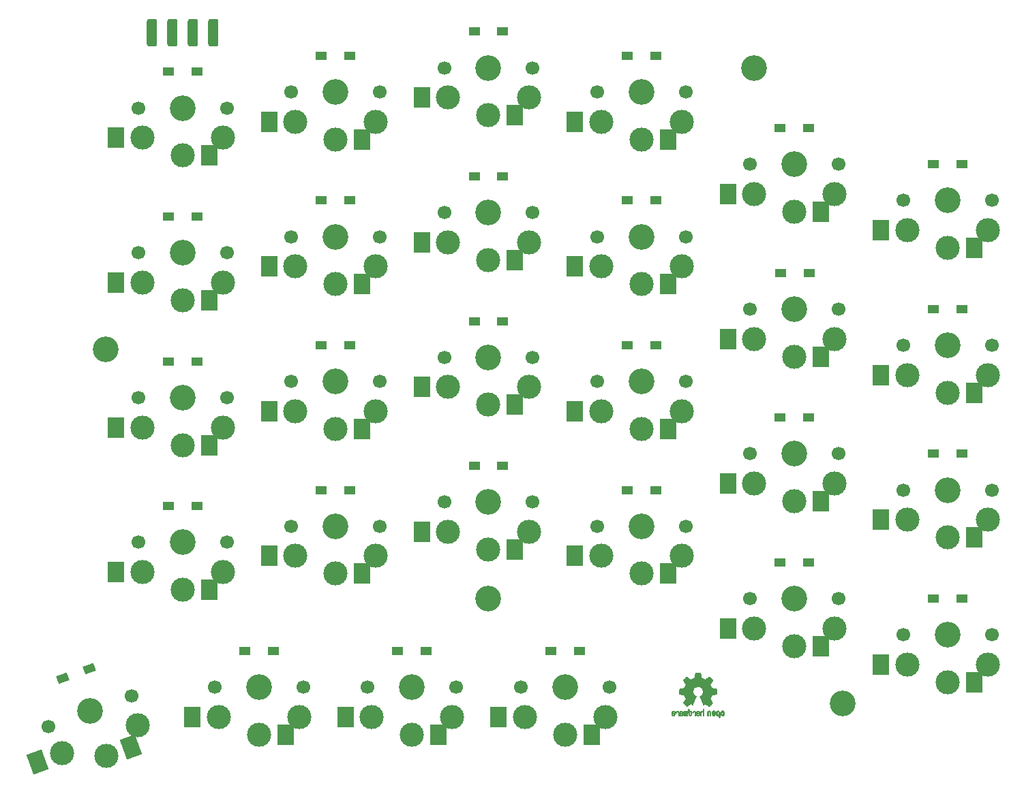
<source format=gbs>
%TF.GenerationSoftware,KiCad,Pcbnew,7.0.1-0*%
%TF.CreationDate,2023-04-06T16:29:47+08:00*%
%TF.ProjectId,Input,496e7075-742e-46b6-9963-61645f706362,2*%
%TF.SameCoordinates,PX7bfa480PY6052340*%
%TF.FileFunction,Soldermask,Bot*%
%TF.FilePolarity,Negative*%
%FSLAX46Y46*%
G04 Gerber Fmt 4.6, Leading zero omitted, Abs format (unit mm)*
G04 Created by KiCad (PCBNEW 7.0.1-0) date 2023-04-06 16:29:47*
%MOMM*%
%LPD*%
G01*
G04 APERTURE LIST*
G04 Aperture macros list*
%AMRoundRect*
0 Rectangle with rounded corners*
0 $1 Rounding radius*
0 $2 $3 $4 $5 $6 $7 $8 $9 X,Y pos of 4 corners*
0 Add a 4 corners polygon primitive as box body*
4,1,4,$2,$3,$4,$5,$6,$7,$8,$9,$2,$3,0*
0 Add four circle primitives for the rounded corners*
1,1,$1+$1,$2,$3*
1,1,$1+$1,$4,$5*
1,1,$1+$1,$6,$7*
1,1,$1+$1,$8,$9*
0 Add four rect primitives between the rounded corners*
20,1,$1+$1,$2,$3,$4,$5,0*
20,1,$1+$1,$4,$5,$6,$7,0*
20,1,$1+$1,$6,$7,$8,$9,0*
20,1,$1+$1,$8,$9,$2,$3,0*%
%AMRotRect*
0 Rectangle, with rotation*
0 The origin of the aperture is its center*
0 $1 length*
0 $2 width*
0 $3 Rotation angle, in degrees counterclockwise*
0 Add horizontal line*
21,1,$1,$2,0,0,$3*%
G04 Aperture macros list end*
%ADD10C,0.010000*%
%ADD11C,3.000000*%
%ADD12C,3.200000*%
%ADD13RoundRect,0.317500X0.317500X1.397000X-0.317500X1.397000X-0.317500X-1.397000X0.317500X-1.397000X0*%
%ADD14C,1.700000*%
%ADD15R,2.000000X2.600000*%
%ADD16R,1.400000X1.000000*%
%ADD17RotRect,2.000000X2.600000X20.000000*%
%ADD18RotRect,1.400000X1.000000X200.000000*%
G04 APERTURE END LIST*
%TO.C,REF\u002A\u002A*%
D10*
X61482829Y-38951097D02*
X61542753Y-38973355D01*
X61567673Y-38990080D01*
X61592910Y-39014043D01*
X61610912Y-39044526D01*
X61622858Y-39086023D01*
X61629930Y-39143032D01*
X61633308Y-39220047D01*
X61634171Y-39321565D01*
X61634002Y-39374027D01*
X61633153Y-39445715D01*
X61631711Y-39502925D01*
X61629814Y-39540809D01*
X61627597Y-39554514D01*
X61613172Y-39549981D01*
X61584054Y-39537670D01*
X61583181Y-39537272D01*
X61568060Y-39529356D01*
X61557891Y-39518495D01*
X61551691Y-39499471D01*
X61548478Y-39467069D01*
X61547270Y-39416071D01*
X61547086Y-39341261D01*
X61546714Y-39293804D01*
X61542750Y-39204615D01*
X61533673Y-39139287D01*
X61518524Y-39094393D01*
X61496345Y-39066507D01*
X61466175Y-39052203D01*
X61461990Y-39051206D01*
X61405480Y-39050427D01*
X61361410Y-39075744D01*
X61330972Y-39126502D01*
X61325544Y-39141175D01*
X61313171Y-39173649D01*
X61306905Y-39188572D01*
X61294036Y-39186516D01*
X61265933Y-39175357D01*
X61239721Y-39156927D01*
X61227771Y-39122098D01*
X61231336Y-39097151D01*
X61253235Y-39046547D01*
X61288644Y-38999128D01*
X61330052Y-38966334D01*
X61347400Y-38958752D01*
X61413089Y-38946076D01*
X61482829Y-38951097D01*
G36*
X61482829Y-38951097D02*
G01*
X61542753Y-38973355D01*
X61567673Y-38990080D01*
X61592910Y-39014043D01*
X61610912Y-39044526D01*
X61622858Y-39086023D01*
X61629930Y-39143032D01*
X61633308Y-39220047D01*
X61634171Y-39321565D01*
X61634002Y-39374027D01*
X61633153Y-39445715D01*
X61631711Y-39502925D01*
X61629814Y-39540809D01*
X61627597Y-39554514D01*
X61613172Y-39549981D01*
X61584054Y-39537670D01*
X61583181Y-39537272D01*
X61568060Y-39529356D01*
X61557891Y-39518495D01*
X61551691Y-39499471D01*
X61548478Y-39467069D01*
X61547270Y-39416071D01*
X61547086Y-39341261D01*
X61546714Y-39293804D01*
X61542750Y-39204615D01*
X61533673Y-39139287D01*
X61518524Y-39094393D01*
X61496345Y-39066507D01*
X61466175Y-39052203D01*
X61461990Y-39051206D01*
X61405480Y-39050427D01*
X61361410Y-39075744D01*
X61330972Y-39126502D01*
X61325544Y-39141175D01*
X61313171Y-39173649D01*
X61306905Y-39188572D01*
X61294036Y-39186516D01*
X61265933Y-39175357D01*
X61239721Y-39156927D01*
X61227771Y-39122098D01*
X61231336Y-39097151D01*
X61253235Y-39046547D01*
X61288644Y-38999128D01*
X61330052Y-38966334D01*
X61347400Y-38958752D01*
X61413089Y-38946076D01*
X61482829Y-38951097D01*
G37*
X65431020Y-38917822D02*
X65498810Y-38949680D01*
X65554366Y-39004770D01*
X65565881Y-39022016D01*
X65575432Y-39041562D01*
X65582206Y-39066198D01*
X65586819Y-39100711D01*
X65589888Y-39149889D01*
X65592029Y-39218519D01*
X65593859Y-39311389D01*
X65598404Y-39569007D01*
X65560225Y-39554491D01*
X65525268Y-39541156D01*
X65499097Y-39528323D01*
X65482013Y-39511780D01*
X65472086Y-39486465D01*
X65467386Y-39447316D01*
X65465982Y-39389268D01*
X65465943Y-39307261D01*
X65465744Y-39241895D01*
X65464559Y-39179173D01*
X65461729Y-39136334D01*
X65456609Y-39108220D01*
X65448553Y-39089675D01*
X65436914Y-39075543D01*
X65408303Y-39055600D01*
X65360239Y-39048083D01*
X65312688Y-39067079D01*
X65309550Y-39069511D01*
X65299769Y-39080748D01*
X65292553Y-39098770D01*
X65287299Y-39128026D01*
X65283402Y-39172962D01*
X65280256Y-39238028D01*
X65277257Y-39327670D01*
X65270000Y-39567697D01*
X65208314Y-39540044D01*
X65146629Y-39512391D01*
X65146629Y-39293246D01*
X65146884Y-39233711D01*
X65149086Y-39150892D01*
X65154661Y-39089227D01*
X65164941Y-39043748D01*
X65181258Y-39009484D01*
X65204943Y-38981466D01*
X65237328Y-38954723D01*
X65283907Y-38927780D01*
X65357287Y-38910191D01*
X65431020Y-38917822D01*
G36*
X65431020Y-38917822D02*
G01*
X65498810Y-38949680D01*
X65554366Y-39004770D01*
X65565881Y-39022016D01*
X65575432Y-39041562D01*
X65582206Y-39066198D01*
X65586819Y-39100711D01*
X65589888Y-39149889D01*
X65592029Y-39218519D01*
X65593859Y-39311389D01*
X65598404Y-39569007D01*
X65560225Y-39554491D01*
X65525268Y-39541156D01*
X65499097Y-39528323D01*
X65482013Y-39511780D01*
X65472086Y-39486465D01*
X65467386Y-39447316D01*
X65465982Y-39389268D01*
X65465943Y-39307261D01*
X65465744Y-39241895D01*
X65464559Y-39179173D01*
X65461729Y-39136334D01*
X65456609Y-39108220D01*
X65448553Y-39089675D01*
X65436914Y-39075543D01*
X65408303Y-39055600D01*
X65360239Y-39048083D01*
X65312688Y-39067079D01*
X65309550Y-39069511D01*
X65299769Y-39080748D01*
X65292553Y-39098770D01*
X65287299Y-39128026D01*
X65283402Y-39172962D01*
X65280256Y-39238028D01*
X65277257Y-39327670D01*
X65270000Y-39567697D01*
X65208314Y-39540044D01*
X65146629Y-39512391D01*
X65146629Y-39293246D01*
X65146884Y-39233711D01*
X65149086Y-39150892D01*
X65154661Y-39089227D01*
X65164941Y-39043748D01*
X65181258Y-39009484D01*
X65204943Y-38981466D01*
X65237328Y-38954723D01*
X65283907Y-38927780D01*
X65357287Y-38910191D01*
X65431020Y-38917822D01*
G37*
X63607691Y-38966467D02*
X63612273Y-38969003D01*
X63649704Y-38998057D01*
X63683170Y-39035410D01*
X63689007Y-39043852D01*
X63700165Y-39063553D01*
X63708136Y-39086935D01*
X63713618Y-39119067D01*
X63717307Y-39165019D01*
X63719899Y-39229859D01*
X63722092Y-39318657D01*
X63722402Y-39333669D01*
X63723400Y-39430999D01*
X63721994Y-39499934D01*
X63718164Y-39540948D01*
X63711889Y-39554514D01*
X63692898Y-39550452D01*
X63660638Y-39538144D01*
X63653041Y-39534545D01*
X63641176Y-39526398D01*
X63632994Y-39513004D01*
X63627643Y-39489608D01*
X63624269Y-39451455D01*
X63622019Y-39393790D01*
X63620040Y-39311857D01*
X63619498Y-39287907D01*
X63617403Y-39212266D01*
X63614683Y-39159328D01*
X63610515Y-39124075D01*
X63604079Y-39101487D01*
X63594550Y-39086544D01*
X63581106Y-39074227D01*
X63541305Y-39052634D01*
X63492341Y-39048476D01*
X63448529Y-39064999D01*
X63417008Y-39099210D01*
X63404914Y-39148114D01*
X63404578Y-39161407D01*
X63397972Y-39185472D01*
X63378470Y-39189144D01*
X63340283Y-39174813D01*
X63331438Y-39170217D01*
X63307534Y-39143186D01*
X63307061Y-39102994D01*
X63329836Y-39047409D01*
X63350727Y-39017117D01*
X63404142Y-38974084D01*
X63470074Y-38949755D01*
X63540574Y-38946443D01*
X63607691Y-38966467D01*
G36*
X63607691Y-38966467D02*
G01*
X63612273Y-38969003D01*
X63649704Y-38998057D01*
X63683170Y-39035410D01*
X63689007Y-39043852D01*
X63700165Y-39063553D01*
X63708136Y-39086935D01*
X63713618Y-39119067D01*
X63717307Y-39165019D01*
X63719899Y-39229859D01*
X63722092Y-39318657D01*
X63722402Y-39333669D01*
X63723400Y-39430999D01*
X63721994Y-39499934D01*
X63718164Y-39540948D01*
X63711889Y-39554514D01*
X63692898Y-39550452D01*
X63660638Y-39538144D01*
X63653041Y-39534545D01*
X63641176Y-39526398D01*
X63632994Y-39513004D01*
X63627643Y-39489608D01*
X63624269Y-39451455D01*
X63622019Y-39393790D01*
X63620040Y-39311857D01*
X63619498Y-39287907D01*
X63617403Y-39212266D01*
X63614683Y-39159328D01*
X63610515Y-39124075D01*
X63604079Y-39101487D01*
X63594550Y-39086544D01*
X63581106Y-39074227D01*
X63541305Y-39052634D01*
X63492341Y-39048476D01*
X63448529Y-39064999D01*
X63417008Y-39099210D01*
X63404914Y-39148114D01*
X63404578Y-39161407D01*
X63397972Y-39185472D01*
X63378470Y-39189144D01*
X63340283Y-39174813D01*
X63331438Y-39170217D01*
X63307534Y-39143186D01*
X63307061Y-39102994D01*
X63329836Y-39047409D01*
X63350727Y-39017117D01*
X63404142Y-38974084D01*
X63470074Y-38949755D01*
X63540574Y-38946443D01*
X63607691Y-38966467D01*
G37*
X64678543Y-38749444D02*
X64725714Y-38769342D01*
X64725714Y-39166509D01*
X64725519Y-39269498D01*
X64724998Y-39362141D01*
X64724199Y-39440700D01*
X64723172Y-39501439D01*
X64721963Y-39540623D01*
X64720623Y-39554514D01*
X64720099Y-39554468D01*
X64702287Y-39549420D01*
X64669823Y-39538580D01*
X64624114Y-39522646D01*
X64624114Y-39318173D01*
X64623824Y-39237832D01*
X64622474Y-39179562D01*
X64619369Y-39139909D01*
X64613812Y-39113618D01*
X64605107Y-39095436D01*
X64592556Y-39080107D01*
X64583999Y-39071955D01*
X64537728Y-39049375D01*
X64486728Y-39051375D01*
X64439993Y-39078073D01*
X64433189Y-39084698D01*
X64422293Y-39098456D01*
X64414836Y-39116642D01*
X64410169Y-39144177D01*
X64407642Y-39185981D01*
X64406602Y-39246973D01*
X64406400Y-39332073D01*
X64406303Y-39375234D01*
X64405674Y-39446224D01*
X64404556Y-39503076D01*
X64403063Y-39540828D01*
X64401309Y-39554514D01*
X64400785Y-39554468D01*
X64382973Y-39549420D01*
X64350509Y-39538580D01*
X64304800Y-39522646D01*
X64304823Y-39317237D01*
X64304857Y-39298951D01*
X64306778Y-39203626D01*
X64312678Y-39131543D01*
X64324001Y-39077813D01*
X64342187Y-39037549D01*
X64368679Y-39005861D01*
X64404918Y-38977861D01*
X64440263Y-38960333D01*
X64496773Y-38946785D01*
X64552356Y-38946015D01*
X64595086Y-38959195D01*
X64598298Y-38961015D01*
X64608205Y-38960820D01*
X64614975Y-38945572D01*
X64619861Y-38910613D01*
X64624114Y-38851289D01*
X64631371Y-38729547D01*
X64678543Y-38749444D01*
G36*
X64678543Y-38749444D02*
G01*
X64725714Y-38769342D01*
X64725714Y-39166509D01*
X64725519Y-39269498D01*
X64724998Y-39362141D01*
X64724199Y-39440700D01*
X64723172Y-39501439D01*
X64721963Y-39540623D01*
X64720623Y-39554514D01*
X64720099Y-39554468D01*
X64702287Y-39549420D01*
X64669823Y-39538580D01*
X64624114Y-39522646D01*
X64624114Y-39318173D01*
X64623824Y-39237832D01*
X64622474Y-39179562D01*
X64619369Y-39139909D01*
X64613812Y-39113618D01*
X64605107Y-39095436D01*
X64592556Y-39080107D01*
X64583999Y-39071955D01*
X64537728Y-39049375D01*
X64486728Y-39051375D01*
X64439993Y-39078073D01*
X64433189Y-39084698D01*
X64422293Y-39098456D01*
X64414836Y-39116642D01*
X64410169Y-39144177D01*
X64407642Y-39185981D01*
X64406602Y-39246973D01*
X64406400Y-39332073D01*
X64406303Y-39375234D01*
X64405674Y-39446224D01*
X64404556Y-39503076D01*
X64403063Y-39540828D01*
X64401309Y-39554514D01*
X64400785Y-39554468D01*
X64382973Y-39549420D01*
X64350509Y-39538580D01*
X64304800Y-39522646D01*
X64304823Y-39317237D01*
X64304857Y-39298951D01*
X64306778Y-39203626D01*
X64312678Y-39131543D01*
X64324001Y-39077813D01*
X64342187Y-39037549D01*
X64368679Y-39005861D01*
X64404918Y-38977861D01*
X64440263Y-38960333D01*
X64496773Y-38946785D01*
X64552356Y-38946015D01*
X64595086Y-38959195D01*
X64598298Y-38961015D01*
X64608205Y-38960820D01*
X64614975Y-38945572D01*
X64619861Y-38910613D01*
X64624114Y-38851289D01*
X64631371Y-38729547D01*
X64678543Y-38749444D01*
G37*
X62653941Y-38949282D02*
X62685774Y-38961758D01*
X62722743Y-38978602D01*
X62722743Y-39465196D01*
X62676812Y-39511127D01*
X62666320Y-39521427D01*
X62637255Y-39544320D01*
X62607943Y-39551735D01*
X62564326Y-39548321D01*
X62546568Y-39546114D01*
X62500767Y-39541445D01*
X62468743Y-39539585D01*
X62459244Y-39539869D01*
X62420274Y-39542948D01*
X62373160Y-39548321D01*
X62358085Y-39550168D01*
X62320110Y-39550893D01*
X62292325Y-39539429D01*
X62260674Y-39511127D01*
X62214743Y-39465196D01*
X62214743Y-39205055D01*
X62215101Y-39128180D01*
X62216216Y-39054886D01*
X62217952Y-38996850D01*
X62220167Y-38958663D01*
X62222721Y-38944914D01*
X62223256Y-38944951D01*
X62241808Y-38951793D01*
X62273153Y-38966868D01*
X62315608Y-38988822D01*
X62319604Y-39217240D01*
X62323600Y-39445657D01*
X62410686Y-39445657D01*
X62414657Y-39195286D01*
X62415916Y-39127227D01*
X62417718Y-39054482D01*
X62419671Y-38996730D01*
X62421612Y-38958648D01*
X62423377Y-38944914D01*
X62423885Y-38944962D01*
X62441482Y-38950015D01*
X62473834Y-38960849D01*
X62519543Y-38976783D01*
X62519765Y-39196706D01*
X62519988Y-39234909D01*
X62521531Y-39309146D01*
X62524292Y-39371145D01*
X62527977Y-39415308D01*
X62532292Y-39436041D01*
X62547732Y-39447131D01*
X62579241Y-39450556D01*
X62613886Y-39445657D01*
X62617857Y-39195286D01*
X62619278Y-39131663D01*
X62622225Y-39056356D01*
X62626079Y-38997286D01*
X62630542Y-38958718D01*
X62635317Y-38944914D01*
X62653941Y-38949282D01*
G36*
X62653941Y-38949282D02*
G01*
X62685774Y-38961758D01*
X62722743Y-38978602D01*
X62722743Y-39465196D01*
X62676812Y-39511127D01*
X62666320Y-39521427D01*
X62637255Y-39544320D01*
X62607943Y-39551735D01*
X62564326Y-39548321D01*
X62546568Y-39546114D01*
X62500767Y-39541445D01*
X62468743Y-39539585D01*
X62459244Y-39539869D01*
X62420274Y-39542948D01*
X62373160Y-39548321D01*
X62358085Y-39550168D01*
X62320110Y-39550893D01*
X62292325Y-39539429D01*
X62260674Y-39511127D01*
X62214743Y-39465196D01*
X62214743Y-39205055D01*
X62215101Y-39128180D01*
X62216216Y-39054886D01*
X62217952Y-38996850D01*
X62220167Y-38958663D01*
X62222721Y-38944914D01*
X62223256Y-38944951D01*
X62241808Y-38951793D01*
X62273153Y-38966868D01*
X62315608Y-38988822D01*
X62319604Y-39217240D01*
X62323600Y-39445657D01*
X62410686Y-39445657D01*
X62414657Y-39195286D01*
X62415916Y-39127227D01*
X62417718Y-39054482D01*
X62419671Y-38996730D01*
X62421612Y-38958648D01*
X62423377Y-38944914D01*
X62423885Y-38944962D01*
X62441482Y-38950015D01*
X62473834Y-38960849D01*
X62519543Y-38976783D01*
X62519765Y-39196706D01*
X62519988Y-39234909D01*
X62521531Y-39309146D01*
X62524292Y-39371145D01*
X62527977Y-39415308D01*
X62532292Y-39436041D01*
X62547732Y-39447131D01*
X62579241Y-39450556D01*
X62613886Y-39445657D01*
X62617857Y-39195286D01*
X62619278Y-39131663D01*
X62622225Y-39056356D01*
X62626079Y-38997286D01*
X62630542Y-38958718D01*
X62635317Y-38944914D01*
X62653941Y-38949282D01*
G37*
X67265678Y-39230192D02*
X67265714Y-39235200D01*
X67265701Y-39250935D01*
X67264914Y-39321119D01*
X67262210Y-39370022D01*
X67256606Y-39404178D01*
X67247119Y-39430124D01*
X67232768Y-39454397D01*
X67229237Y-39459433D01*
X67191878Y-39499143D01*
X67149311Y-39529092D01*
X67127452Y-39538810D01*
X67048908Y-39555020D01*
X66971231Y-39544535D01*
X66899645Y-39508707D01*
X66839374Y-39448887D01*
X66834286Y-39440873D01*
X66817730Y-39394342D01*
X66806573Y-39329552D01*
X66801160Y-39254727D01*
X66801768Y-39185513D01*
X66948248Y-39185513D01*
X66949402Y-39281399D01*
X66949866Y-39287569D01*
X66956629Y-39340478D01*
X66968671Y-39374029D01*
X66989005Y-39397016D01*
X67023097Y-39418548D01*
X67056814Y-39419680D01*
X67091543Y-39394857D01*
X67097584Y-39388325D01*
X67109417Y-39368779D01*
X67116404Y-39340386D01*
X67119727Y-39296430D01*
X67120571Y-39230192D01*
X67119125Y-39168150D01*
X67111907Y-39109042D01*
X67097006Y-39071686D01*
X67072636Y-39052152D01*
X67037008Y-39046514D01*
X67023440Y-39047635D01*
X66985430Y-39068194D01*
X66960312Y-39114299D01*
X66948248Y-39185513D01*
X66801768Y-39185513D01*
X66801833Y-39178096D01*
X66808937Y-39107882D01*
X66822815Y-39052312D01*
X66840649Y-39015301D01*
X66890855Y-38957733D01*
X66958885Y-38921962D01*
X67042158Y-38909665D01*
X67064398Y-38910331D01*
X67129891Y-38923947D01*
X67183687Y-38958249D01*
X67233057Y-39017338D01*
X67235995Y-39021722D01*
X67249287Y-39045299D01*
X67257932Y-39071949D01*
X67262904Y-39108159D01*
X67265174Y-39160413D01*
X67265678Y-39230192D01*
G36*
X67265678Y-39230192D02*
G01*
X67265714Y-39235200D01*
X67265701Y-39250935D01*
X67264914Y-39321119D01*
X67262210Y-39370022D01*
X67256606Y-39404178D01*
X67247119Y-39430124D01*
X67232768Y-39454397D01*
X67229237Y-39459433D01*
X67191878Y-39499143D01*
X67149311Y-39529092D01*
X67127452Y-39538810D01*
X67048908Y-39555020D01*
X66971231Y-39544535D01*
X66899645Y-39508707D01*
X66839374Y-39448887D01*
X66834286Y-39440873D01*
X66817730Y-39394342D01*
X66806573Y-39329552D01*
X66801160Y-39254727D01*
X66801768Y-39185513D01*
X66948248Y-39185513D01*
X66949402Y-39281399D01*
X66949866Y-39287569D01*
X66956629Y-39340478D01*
X66968671Y-39374029D01*
X66989005Y-39397016D01*
X67023097Y-39418548D01*
X67056814Y-39419680D01*
X67091543Y-39394857D01*
X67097584Y-39388325D01*
X67109417Y-39368779D01*
X67116404Y-39340386D01*
X67119727Y-39296430D01*
X67120571Y-39230192D01*
X67119125Y-39168150D01*
X67111907Y-39109042D01*
X67097006Y-39071686D01*
X67072636Y-39052152D01*
X67037008Y-39046514D01*
X67023440Y-39047635D01*
X66985430Y-39068194D01*
X66960312Y-39114299D01*
X66948248Y-39185513D01*
X66801768Y-39185513D01*
X66801833Y-39178096D01*
X66808937Y-39107882D01*
X66822815Y-39052312D01*
X66840649Y-39015301D01*
X66890855Y-38957733D01*
X66958885Y-38921962D01*
X67042158Y-38909665D01*
X67064398Y-38910331D01*
X67129891Y-38923947D01*
X67183687Y-38958249D01*
X67233057Y-39017338D01*
X67235995Y-39021722D01*
X67249287Y-39045299D01*
X67257932Y-39071949D01*
X67262904Y-39108159D01*
X67265174Y-39160413D01*
X67265678Y-39230192D01*
G37*
X61139628Y-39206247D02*
X61140590Y-39252622D01*
X61140307Y-39291305D01*
X61136762Y-39367521D01*
X61127483Y-39423294D01*
X61110375Y-39464613D01*
X61083344Y-39497467D01*
X61044292Y-39527846D01*
X61019445Y-39541660D01*
X60979615Y-39550965D01*
X60923665Y-39550230D01*
X60892385Y-39547283D01*
X60854653Y-39538283D01*
X60824494Y-39518720D01*
X60789408Y-39482267D01*
X60784720Y-39476943D01*
X60753177Y-39435969D01*
X60738128Y-39400283D01*
X60734286Y-39357966D01*
X60734286Y-39295779D01*
X60777742Y-39312182D01*
X60809424Y-39331356D01*
X60836962Y-39376347D01*
X60842711Y-39390752D01*
X60874855Y-39431546D01*
X60918611Y-39452081D01*
X60966254Y-39450235D01*
X61010057Y-39423886D01*
X61025111Y-39407455D01*
X61038763Y-39382667D01*
X61034493Y-39360144D01*
X61009916Y-39336964D01*
X60962651Y-39310202D01*
X60890314Y-39276934D01*
X60741543Y-39211816D01*
X60737595Y-39147308D01*
X60739079Y-39106220D01*
X60836010Y-39106220D01*
X60843368Y-39131657D01*
X60876848Y-39158814D01*
X60937614Y-39189714D01*
X60947669Y-39194190D01*
X60995751Y-39215017D01*
X61031726Y-39229665D01*
X61048444Y-39235200D01*
X61050977Y-39231126D01*
X61051993Y-39206247D01*
X61048369Y-39166257D01*
X61039242Y-39127152D01*
X61010773Y-39077884D01*
X60969678Y-39050122D01*
X60920590Y-39046364D01*
X60868144Y-39069109D01*
X60853609Y-39080481D01*
X60836010Y-39106220D01*
X60739079Y-39106220D01*
X60739338Y-39099064D01*
X60761281Y-39038096D01*
X60788979Y-39004497D01*
X60846405Y-38966966D01*
X60914527Y-38948006D01*
X60984947Y-38949507D01*
X61049267Y-38973355D01*
X61063426Y-38982513D01*
X61095904Y-39010849D01*
X61118116Y-39046695D01*
X61131804Y-39095384D01*
X61138715Y-39162249D01*
X61139628Y-39206247D01*
G36*
X61139628Y-39206247D02*
G01*
X61140590Y-39252622D01*
X61140307Y-39291305D01*
X61136762Y-39367521D01*
X61127483Y-39423294D01*
X61110375Y-39464613D01*
X61083344Y-39497467D01*
X61044292Y-39527846D01*
X61019445Y-39541660D01*
X60979615Y-39550965D01*
X60923665Y-39550230D01*
X60892385Y-39547283D01*
X60854653Y-39538283D01*
X60824494Y-39518720D01*
X60789408Y-39482267D01*
X60784720Y-39476943D01*
X60753177Y-39435969D01*
X60738128Y-39400283D01*
X60734286Y-39357966D01*
X60734286Y-39295779D01*
X60777742Y-39312182D01*
X60809424Y-39331356D01*
X60836962Y-39376347D01*
X60842711Y-39390752D01*
X60874855Y-39431546D01*
X60918611Y-39452081D01*
X60966254Y-39450235D01*
X61010057Y-39423886D01*
X61025111Y-39407455D01*
X61038763Y-39382667D01*
X61034493Y-39360144D01*
X61009916Y-39336964D01*
X60962651Y-39310202D01*
X60890314Y-39276934D01*
X60741543Y-39211816D01*
X60737595Y-39147308D01*
X60739079Y-39106220D01*
X60836010Y-39106220D01*
X60843368Y-39131657D01*
X60876848Y-39158814D01*
X60937614Y-39189714D01*
X60947669Y-39194190D01*
X60995751Y-39215017D01*
X61031726Y-39229665D01*
X61048444Y-39235200D01*
X61050977Y-39231126D01*
X61051993Y-39206247D01*
X61048369Y-39166257D01*
X61039242Y-39127152D01*
X61010773Y-39077884D01*
X60969678Y-39050122D01*
X60920590Y-39046364D01*
X60868144Y-39069109D01*
X60853609Y-39080481D01*
X60836010Y-39106220D01*
X60739079Y-39106220D01*
X60739338Y-39099064D01*
X60761281Y-39038096D01*
X60788979Y-39004497D01*
X60846405Y-38966966D01*
X60914527Y-38948006D01*
X60984947Y-38949507D01*
X61049267Y-38973355D01*
X61063426Y-38982513D01*
X61095904Y-39010849D01*
X61118116Y-39046695D01*
X61131804Y-39095384D01*
X61138715Y-39162249D01*
X61139628Y-39206247D01*
G37*
X63230542Y-39245647D02*
X63230698Y-39249714D01*
X63229537Y-39306313D01*
X63221345Y-39383462D01*
X63203519Y-39441276D01*
X63173975Y-39485422D01*
X63130625Y-39521568D01*
X63089332Y-39542463D01*
X63019987Y-39554090D01*
X62950736Y-39541377D01*
X62888145Y-39505945D01*
X62838779Y-39449418D01*
X62832818Y-39438995D01*
X62824945Y-39420733D01*
X62819106Y-39397429D01*
X62814999Y-39365085D01*
X62812325Y-39319704D01*
X62810781Y-39257287D01*
X62810734Y-39251748D01*
X62911429Y-39251748D01*
X62911772Y-39304577D01*
X62913942Y-39352362D01*
X62919307Y-39383209D01*
X62929217Y-39403935D01*
X62945021Y-39421356D01*
X62948724Y-39424705D01*
X62996299Y-39449419D01*
X63046635Y-39446890D01*
X63093517Y-39417288D01*
X63107477Y-39401953D01*
X63119160Y-39381622D01*
X63125686Y-39353514D01*
X63128524Y-39310550D01*
X63129143Y-39245647D01*
X63128837Y-39196122D01*
X63126722Y-39147782D01*
X63121390Y-39116587D01*
X63111460Y-39095647D01*
X63095550Y-39078073D01*
X63086204Y-39070159D01*
X63037776Y-39048843D01*
X62987040Y-39052198D01*
X62942987Y-39080107D01*
X62933504Y-39091173D01*
X62921939Y-39112009D01*
X62915252Y-39141106D01*
X62912173Y-39185381D01*
X62911429Y-39251748D01*
X62810734Y-39251748D01*
X62810067Y-39173837D01*
X62809883Y-39065358D01*
X62809829Y-38728601D01*
X62857000Y-38748362D01*
X62869472Y-38753770D01*
X62889324Y-38765985D01*
X62900687Y-38784482D01*
X62906933Y-38816829D01*
X62911429Y-38870593D01*
X62915535Y-38918866D01*
X62920963Y-38950557D01*
X62928739Y-38962383D01*
X62940457Y-38959212D01*
X62970318Y-38948067D01*
X63023684Y-38945304D01*
X63081093Y-38955625D01*
X63130625Y-38977861D01*
X63157876Y-38998443D01*
X63192865Y-39038600D01*
X63215274Y-39090086D01*
X63227190Y-39158568D01*
X63230542Y-39245647D01*
G36*
X63230542Y-39245647D02*
G01*
X63230698Y-39249714D01*
X63229537Y-39306313D01*
X63221345Y-39383462D01*
X63203519Y-39441276D01*
X63173975Y-39485422D01*
X63130625Y-39521568D01*
X63089332Y-39542463D01*
X63019987Y-39554090D01*
X62950736Y-39541377D01*
X62888145Y-39505945D01*
X62838779Y-39449418D01*
X62832818Y-39438995D01*
X62824945Y-39420733D01*
X62819106Y-39397429D01*
X62814999Y-39365085D01*
X62812325Y-39319704D01*
X62810781Y-39257287D01*
X62810734Y-39251748D01*
X62911429Y-39251748D01*
X62911772Y-39304577D01*
X62913942Y-39352362D01*
X62919307Y-39383209D01*
X62929217Y-39403935D01*
X62945021Y-39421356D01*
X62948724Y-39424705D01*
X62996299Y-39449419D01*
X63046635Y-39446890D01*
X63093517Y-39417288D01*
X63107477Y-39401953D01*
X63119160Y-39381622D01*
X63125686Y-39353514D01*
X63128524Y-39310550D01*
X63129143Y-39245647D01*
X63128837Y-39196122D01*
X63126722Y-39147782D01*
X63121390Y-39116587D01*
X63111460Y-39095647D01*
X63095550Y-39078073D01*
X63086204Y-39070159D01*
X63037776Y-39048843D01*
X62987040Y-39052198D01*
X62942987Y-39080107D01*
X62933504Y-39091173D01*
X62921939Y-39112009D01*
X62915252Y-39141106D01*
X62912173Y-39185381D01*
X62911429Y-39251748D01*
X62810734Y-39251748D01*
X62810067Y-39173837D01*
X62809883Y-39065358D01*
X62809829Y-38728601D01*
X62857000Y-38748362D01*
X62869472Y-38753770D01*
X62889324Y-38765985D01*
X62900687Y-38784482D01*
X62906933Y-38816829D01*
X62911429Y-38870593D01*
X62915535Y-38918866D01*
X62920963Y-38950557D01*
X62928739Y-38962383D01*
X62940457Y-38959212D01*
X62970318Y-38948067D01*
X63023684Y-38945304D01*
X63081093Y-38955625D01*
X63130625Y-38977861D01*
X63157876Y-38998443D01*
X63192865Y-39038600D01*
X63215274Y-39090086D01*
X63227190Y-39158568D01*
X63230542Y-39245647D01*
G37*
X66156767Y-39142748D02*
X66162299Y-39194055D01*
X66157684Y-39304078D01*
X66155078Y-39327387D01*
X66135660Y-39410352D01*
X66100573Y-39473448D01*
X66047212Y-39521808D01*
X66044196Y-39523804D01*
X65976362Y-39552185D01*
X65905535Y-39554711D01*
X65837289Y-39533097D01*
X65777196Y-39489062D01*
X65730829Y-39424322D01*
X65730050Y-39422761D01*
X65714643Y-39382558D01*
X65703357Y-39336866D01*
X65697370Y-39293972D01*
X65697861Y-39262160D01*
X65706007Y-39249714D01*
X65713244Y-39250471D01*
X65747851Y-39264235D01*
X65787078Y-39289546D01*
X65820448Y-39318845D01*
X65837483Y-39344572D01*
X65855192Y-39379471D01*
X65891485Y-39411212D01*
X65933630Y-39423886D01*
X65949077Y-39420221D01*
X65979569Y-39401774D01*
X66006128Y-39376166D01*
X66017486Y-39352934D01*
X66017482Y-39352848D01*
X66004596Y-39342179D01*
X65970241Y-39322933D01*
X65919593Y-39297813D01*
X65857829Y-39269524D01*
X65857489Y-39269374D01*
X65790388Y-39239498D01*
X65745411Y-39217973D01*
X65718145Y-39201437D01*
X65704178Y-39186531D01*
X65699097Y-39169893D01*
X65698490Y-39148162D01*
X65702712Y-39107013D01*
X65846000Y-39107013D01*
X65860791Y-39119949D01*
X65897644Y-39139333D01*
X65898725Y-39139881D01*
X65942205Y-39160587D01*
X65981102Y-39177105D01*
X66005778Y-39184093D01*
X66015676Y-39174753D01*
X66017486Y-39142748D01*
X66009966Y-39102915D01*
X65983897Y-39066717D01*
X65946154Y-39047950D01*
X65904077Y-39049845D01*
X65865005Y-39075632D01*
X65849647Y-39093451D01*
X65846000Y-39107013D01*
X65702712Y-39107013D01*
X65703833Y-39096086D01*
X65730251Y-39025335D01*
X65774473Y-38969735D01*
X65831697Y-38931239D01*
X65897120Y-38911797D01*
X65965937Y-38913359D01*
X66033347Y-38937878D01*
X66094544Y-38987302D01*
X66128450Y-39036212D01*
X66152806Y-39106027D01*
X66156767Y-39142748D01*
G36*
X66156767Y-39142748D02*
G01*
X66162299Y-39194055D01*
X66157684Y-39304078D01*
X66155078Y-39327387D01*
X66135660Y-39410352D01*
X66100573Y-39473448D01*
X66047212Y-39521808D01*
X66044196Y-39523804D01*
X65976362Y-39552185D01*
X65905535Y-39554711D01*
X65837289Y-39533097D01*
X65777196Y-39489062D01*
X65730829Y-39424322D01*
X65730050Y-39422761D01*
X65714643Y-39382558D01*
X65703357Y-39336866D01*
X65697370Y-39293972D01*
X65697861Y-39262160D01*
X65706007Y-39249714D01*
X65713244Y-39250471D01*
X65747851Y-39264235D01*
X65787078Y-39289546D01*
X65820448Y-39318845D01*
X65837483Y-39344572D01*
X65855192Y-39379471D01*
X65891485Y-39411212D01*
X65933630Y-39423886D01*
X65949077Y-39420221D01*
X65979569Y-39401774D01*
X66006128Y-39376166D01*
X66017486Y-39352934D01*
X66017482Y-39352848D01*
X66004596Y-39342179D01*
X65970241Y-39322933D01*
X65919593Y-39297813D01*
X65857829Y-39269524D01*
X65857489Y-39269374D01*
X65790388Y-39239498D01*
X65745411Y-39217973D01*
X65718145Y-39201437D01*
X65704178Y-39186531D01*
X65699097Y-39169893D01*
X65698490Y-39148162D01*
X65702712Y-39107013D01*
X65846000Y-39107013D01*
X65860791Y-39119949D01*
X65897644Y-39139333D01*
X65898725Y-39139881D01*
X65942205Y-39160587D01*
X65981102Y-39177105D01*
X66005778Y-39184093D01*
X66015676Y-39174753D01*
X66017486Y-39142748D01*
X66009966Y-39102915D01*
X65983897Y-39066717D01*
X65946154Y-39047950D01*
X65904077Y-39049845D01*
X65865005Y-39075632D01*
X65849647Y-39093451D01*
X65846000Y-39107013D01*
X65702712Y-39107013D01*
X65703833Y-39096086D01*
X65730251Y-39025335D01*
X65774473Y-38969735D01*
X65831697Y-38931239D01*
X65897120Y-38911797D01*
X65965937Y-38913359D01*
X66033347Y-38937878D01*
X66094544Y-38987302D01*
X66128450Y-39036212D01*
X66152806Y-39106027D01*
X66156767Y-39142748D01*
G37*
X64089483Y-38960569D02*
X64139376Y-38989661D01*
X64161325Y-39012327D01*
X64203504Y-39080082D01*
X64217714Y-39153950D01*
X64217714Y-39204770D01*
X64170999Y-39185128D01*
X64138692Y-39165308D01*
X64113231Y-39124160D01*
X64110616Y-39115675D01*
X64082478Y-39072451D01*
X64040067Y-39049103D01*
X63991370Y-39048100D01*
X63944373Y-39071914D01*
X63937357Y-39078056D01*
X63913893Y-39104745D01*
X63910019Y-39128014D01*
X63927768Y-39150862D01*
X63969179Y-39176287D01*
X64036286Y-39207288D01*
X64040824Y-39209252D01*
X64115322Y-39243990D01*
X64166203Y-39274763D01*
X64197525Y-39305488D01*
X64213343Y-39340082D01*
X64217714Y-39382462D01*
X64211986Y-39429446D01*
X64183062Y-39489585D01*
X64132178Y-39532788D01*
X64095374Y-39545759D01*
X64043434Y-39552856D01*
X63992999Y-39551340D01*
X63956983Y-39540632D01*
X63953158Y-39537966D01*
X63942998Y-39519337D01*
X63950048Y-39486505D01*
X63962297Y-39460735D01*
X63981939Y-39450006D01*
X64019191Y-39450539D01*
X64070908Y-39447462D01*
X64104701Y-39426212D01*
X64116114Y-39386877D01*
X64116104Y-39385747D01*
X64109187Y-39362913D01*
X64085659Y-39341963D01*
X64039914Y-39317815D01*
X63977704Y-39288741D01*
X63936499Y-39272925D01*
X63912712Y-39273944D01*
X63901597Y-39294837D01*
X63898408Y-39338641D01*
X63898400Y-39408393D01*
X63898044Y-39451452D01*
X63896413Y-39504626D01*
X63893761Y-39541022D01*
X63890422Y-39554514D01*
X63889530Y-39554423D01*
X63870237Y-39547110D01*
X63838284Y-39531678D01*
X63794124Y-39508842D01*
X63799371Y-39303078D01*
X63799736Y-39289432D01*
X63803904Y-39193651D01*
X63811268Y-39121462D01*
X63823330Y-39068058D01*
X63841593Y-39028633D01*
X63867560Y-38998380D01*
X63902733Y-38972493D01*
X63903384Y-38972087D01*
X63960256Y-38950968D01*
X64026033Y-38947400D01*
X64089483Y-38960569D01*
G36*
X64089483Y-38960569D02*
G01*
X64139376Y-38989661D01*
X64161325Y-39012327D01*
X64203504Y-39080082D01*
X64217714Y-39153950D01*
X64217714Y-39204770D01*
X64170999Y-39185128D01*
X64138692Y-39165308D01*
X64113231Y-39124160D01*
X64110616Y-39115675D01*
X64082478Y-39072451D01*
X64040067Y-39049103D01*
X63991370Y-39048100D01*
X63944373Y-39071914D01*
X63937357Y-39078056D01*
X63913893Y-39104745D01*
X63910019Y-39128014D01*
X63927768Y-39150862D01*
X63969179Y-39176287D01*
X64036286Y-39207288D01*
X64040824Y-39209252D01*
X64115322Y-39243990D01*
X64166203Y-39274763D01*
X64197525Y-39305488D01*
X64213343Y-39340082D01*
X64217714Y-39382462D01*
X64211986Y-39429446D01*
X64183062Y-39489585D01*
X64132178Y-39532788D01*
X64095374Y-39545759D01*
X64043434Y-39552856D01*
X63992999Y-39551340D01*
X63956983Y-39540632D01*
X63953158Y-39537966D01*
X63942998Y-39519337D01*
X63950048Y-39486505D01*
X63962297Y-39460735D01*
X63981939Y-39450006D01*
X64019191Y-39450539D01*
X64070908Y-39447462D01*
X64104701Y-39426212D01*
X64116114Y-39386877D01*
X64116104Y-39385747D01*
X64109187Y-39362913D01*
X64085659Y-39341963D01*
X64039914Y-39317815D01*
X63977704Y-39288741D01*
X63936499Y-39272925D01*
X63912712Y-39273944D01*
X63901597Y-39294837D01*
X63898408Y-39338641D01*
X63898400Y-39408393D01*
X63898044Y-39451452D01*
X63896413Y-39504626D01*
X63893761Y-39541022D01*
X63890422Y-39554514D01*
X63889530Y-39554423D01*
X63870237Y-39547110D01*
X63838284Y-39531678D01*
X63794124Y-39508842D01*
X63799371Y-39303078D01*
X63799736Y-39289432D01*
X63803904Y-39193651D01*
X63811268Y-39121462D01*
X63823330Y-39068058D01*
X63841593Y-39028633D01*
X63867560Y-38998380D01*
X63902733Y-38972493D01*
X63903384Y-38972087D01*
X63960256Y-38950968D01*
X64026033Y-38947400D01*
X64089483Y-38960569D01*
G37*
X66708528Y-39228603D02*
X66709815Y-39301524D01*
X66711252Y-39413000D01*
X66711651Y-39445339D01*
X66712929Y-39553455D01*
X66713185Y-39636186D01*
X66711634Y-39696426D01*
X66707490Y-39737073D01*
X66699964Y-39761023D01*
X66688271Y-39771171D01*
X66671624Y-39770414D01*
X66649236Y-39761648D01*
X66620321Y-39747769D01*
X66614142Y-39744808D01*
X66588413Y-39730311D01*
X66574976Y-39713065D01*
X66569834Y-39684308D01*
X66568990Y-39635283D01*
X66568952Y-39547257D01*
X66478276Y-39547257D01*
X66422498Y-39544815D01*
X66378640Y-39534908D01*
X66342218Y-39514886D01*
X66339503Y-39512929D01*
X66302546Y-39479869D01*
X66276826Y-39439931D01*
X66260606Y-39387657D01*
X66252148Y-39317588D01*
X66250083Y-39238430D01*
X66394857Y-39238430D01*
X66394882Y-39251697D01*
X66396261Y-39311584D01*
X66400687Y-39350732D01*
X66409461Y-39376153D01*
X66423886Y-39394857D01*
X66424784Y-39395750D01*
X66460237Y-39419952D01*
X66494596Y-39417567D01*
X66533403Y-39388260D01*
X66542895Y-39378244D01*
X66556876Y-39357708D01*
X66564760Y-39330997D01*
X66568245Y-39290499D01*
X66569029Y-39228603D01*
X66568350Y-39191130D01*
X66560983Y-39122980D01*
X66544168Y-39078330D01*
X66516234Y-39053926D01*
X66475509Y-39046514D01*
X66458350Y-39048094D01*
X66428660Y-39063766D01*
X66409031Y-39098691D01*
X66398188Y-39155901D01*
X66394857Y-39238430D01*
X66250083Y-39238430D01*
X66249714Y-39224267D01*
X66250253Y-39156169D01*
X66252707Y-39104587D01*
X66258158Y-39068816D01*
X66267686Y-39042015D01*
X66282371Y-39017338D01*
X66295852Y-38998480D01*
X66344799Y-38947568D01*
X66400256Y-38919918D01*
X66469928Y-38911165D01*
X66549664Y-38919890D01*
X66618595Y-38951185D01*
X66673113Y-39006381D01*
X66677223Y-39012224D01*
X66686808Y-39027753D01*
X66694151Y-39045498D01*
X66699612Y-39069290D01*
X66703550Y-39102958D01*
X66706323Y-39150333D01*
X66708292Y-39215245D01*
X66708528Y-39228603D01*
G36*
X66708528Y-39228603D02*
G01*
X66709815Y-39301524D01*
X66711252Y-39413000D01*
X66711651Y-39445339D01*
X66712929Y-39553455D01*
X66713185Y-39636186D01*
X66711634Y-39696426D01*
X66707490Y-39737073D01*
X66699964Y-39761023D01*
X66688271Y-39771171D01*
X66671624Y-39770414D01*
X66649236Y-39761648D01*
X66620321Y-39747769D01*
X66614142Y-39744808D01*
X66588413Y-39730311D01*
X66574976Y-39713065D01*
X66569834Y-39684308D01*
X66568990Y-39635283D01*
X66568952Y-39547257D01*
X66478276Y-39547257D01*
X66422498Y-39544815D01*
X66378640Y-39534908D01*
X66342218Y-39514886D01*
X66339503Y-39512929D01*
X66302546Y-39479869D01*
X66276826Y-39439931D01*
X66260606Y-39387657D01*
X66252148Y-39317588D01*
X66250083Y-39238430D01*
X66394857Y-39238430D01*
X66394882Y-39251697D01*
X66396261Y-39311584D01*
X66400687Y-39350732D01*
X66409461Y-39376153D01*
X66423886Y-39394857D01*
X66424784Y-39395750D01*
X66460237Y-39419952D01*
X66494596Y-39417567D01*
X66533403Y-39388260D01*
X66542895Y-39378244D01*
X66556876Y-39357708D01*
X66564760Y-39330997D01*
X66568245Y-39290499D01*
X66569029Y-39228603D01*
X66568350Y-39191130D01*
X66560983Y-39122980D01*
X66544168Y-39078330D01*
X66516234Y-39053926D01*
X66475509Y-39046514D01*
X66458350Y-39048094D01*
X66428660Y-39063766D01*
X66409031Y-39098691D01*
X66398188Y-39155901D01*
X66394857Y-39238430D01*
X66250083Y-39238430D01*
X66249714Y-39224267D01*
X66250253Y-39156169D01*
X66252707Y-39104587D01*
X66258158Y-39068816D01*
X66267686Y-39042015D01*
X66282371Y-39017338D01*
X66295852Y-38998480D01*
X66344799Y-38947568D01*
X66400256Y-38919918D01*
X66469928Y-38911165D01*
X66549664Y-38919890D01*
X66618595Y-38951185D01*
X66673113Y-39006381D01*
X66677223Y-39012224D01*
X66686808Y-39027753D01*
X66694151Y-39045498D01*
X66699612Y-39069290D01*
X66703550Y-39102958D01*
X66706323Y-39150333D01*
X66708292Y-39215245D01*
X66708528Y-39228603D01*
G37*
X61967495Y-38946220D02*
X61998599Y-38954121D01*
X62027559Y-38973817D01*
X62064831Y-39010484D01*
X62088801Y-39036378D01*
X62113770Y-39069997D01*
X62125031Y-39101506D01*
X62127657Y-39141485D01*
X62127657Y-39206917D01*
X62083035Y-39183842D01*
X62047673Y-39155724D01*
X62023451Y-39117848D01*
X62019291Y-39107551D01*
X61987594Y-39067637D01*
X61943554Y-39047624D01*
X61895531Y-39049572D01*
X61851886Y-39075543D01*
X61833420Y-39096635D01*
X61822663Y-39123619D01*
X61834178Y-39147634D01*
X61869981Y-39171791D01*
X61932090Y-39199199D01*
X61941515Y-39202985D01*
X61998058Y-39227759D01*
X62046580Y-39252189D01*
X62077451Y-39271486D01*
X62108371Y-39305953D01*
X62128927Y-39360957D01*
X62126744Y-39419983D01*
X62102424Y-39475845D01*
X62056568Y-39521355D01*
X62019438Y-39540727D01*
X61947711Y-39554292D01*
X61907852Y-39552462D01*
X61870953Y-39542568D01*
X61856797Y-39521806D01*
X61862091Y-39487613D01*
X61863631Y-39483092D01*
X61875842Y-39459116D01*
X61896174Y-39450042D01*
X61934908Y-39450649D01*
X61962257Y-39451474D01*
X61994257Y-39444392D01*
X62016182Y-39423219D01*
X62028670Y-39397152D01*
X62030062Y-39369845D01*
X62029998Y-39369685D01*
X62013807Y-39354930D01*
X61979155Y-39333457D01*
X61934321Y-39309458D01*
X61887582Y-39287125D01*
X61847217Y-39270652D01*
X61821504Y-39264229D01*
X61817679Y-39270518D01*
X61812864Y-39300115D01*
X61809566Y-39348447D01*
X61808343Y-39409372D01*
X61808058Y-39451542D01*
X61806718Y-39504653D01*
X61804528Y-39541025D01*
X61801769Y-39554514D01*
X61787344Y-39549981D01*
X61758226Y-39537670D01*
X61721257Y-39520826D01*
X61721257Y-39304721D01*
X61721493Y-39249327D01*
X61723729Y-39165207D01*
X61729423Y-39102800D01*
X61739903Y-39057358D01*
X61756497Y-39024133D01*
X61780531Y-38998378D01*
X61813333Y-38975344D01*
X61855124Y-38956335D01*
X61932287Y-38944914D01*
X61967495Y-38946220D01*
G36*
X61967495Y-38946220D02*
G01*
X61998599Y-38954121D01*
X62027559Y-38973817D01*
X62064831Y-39010484D01*
X62088801Y-39036378D01*
X62113770Y-39069997D01*
X62125031Y-39101506D01*
X62127657Y-39141485D01*
X62127657Y-39206917D01*
X62083035Y-39183842D01*
X62047673Y-39155724D01*
X62023451Y-39117848D01*
X62019291Y-39107551D01*
X61987594Y-39067637D01*
X61943554Y-39047624D01*
X61895531Y-39049572D01*
X61851886Y-39075543D01*
X61833420Y-39096635D01*
X61822663Y-39123619D01*
X61834178Y-39147634D01*
X61869981Y-39171791D01*
X61932090Y-39199199D01*
X61941515Y-39202985D01*
X61998058Y-39227759D01*
X62046580Y-39252189D01*
X62077451Y-39271486D01*
X62108371Y-39305953D01*
X62128927Y-39360957D01*
X62126744Y-39419983D01*
X62102424Y-39475845D01*
X62056568Y-39521355D01*
X62019438Y-39540727D01*
X61947711Y-39554292D01*
X61907852Y-39552462D01*
X61870953Y-39542568D01*
X61856797Y-39521806D01*
X61862091Y-39487613D01*
X61863631Y-39483092D01*
X61875842Y-39459116D01*
X61896174Y-39450042D01*
X61934908Y-39450649D01*
X61962257Y-39451474D01*
X61994257Y-39444392D01*
X62016182Y-39423219D01*
X62028670Y-39397152D01*
X62030062Y-39369845D01*
X62029998Y-39369685D01*
X62013807Y-39354930D01*
X61979155Y-39333457D01*
X61934321Y-39309458D01*
X61887582Y-39287125D01*
X61847217Y-39270652D01*
X61821504Y-39264229D01*
X61817679Y-39270518D01*
X61812864Y-39300115D01*
X61809566Y-39348447D01*
X61808343Y-39409372D01*
X61808058Y-39451542D01*
X61806718Y-39504653D01*
X61804528Y-39541025D01*
X61801769Y-39554514D01*
X61787344Y-39549981D01*
X61758226Y-39537670D01*
X61721257Y-39520826D01*
X61721257Y-39304721D01*
X61721493Y-39249327D01*
X61723729Y-39165207D01*
X61729423Y-39102800D01*
X61739903Y-39057358D01*
X61756497Y-39024133D01*
X61780531Y-38998378D01*
X61813333Y-38975344D01*
X61855124Y-38956335D01*
X61932287Y-38944914D01*
X61967495Y-38946220D01*
G37*
X64113933Y-34242371D02*
X64189856Y-34242865D01*
X64244491Y-34244135D01*
X64281500Y-34246547D01*
X64304547Y-34250467D01*
X64317296Y-34256262D01*
X64323411Y-34264299D01*
X64326556Y-34274943D01*
X64326646Y-34275325D01*
X64331814Y-34300347D01*
X64341209Y-34348681D01*
X64353867Y-34415260D01*
X64368825Y-34495014D01*
X64385119Y-34582875D01*
X64386448Y-34590064D01*
X64402691Y-34675340D01*
X64417805Y-34750242D01*
X64430808Y-34810219D01*
X64440715Y-34850717D01*
X64446544Y-34867184D01*
X64446575Y-34867210D01*
X64464943Y-34876320D01*
X64502640Y-34891457D01*
X64551543Y-34909358D01*
X64554297Y-34910330D01*
X64616817Y-34933959D01*
X64689543Y-34963595D01*
X64757294Y-34993062D01*
X64868703Y-35043626D01*
X65115399Y-34875160D01*
X65132775Y-34863311D01*
X65207202Y-34812947D01*
X65273614Y-34768612D01*
X65328039Y-34732916D01*
X65366506Y-34708471D01*
X65385042Y-34697889D01*
X65397743Y-34700315D01*
X65426579Y-34719110D01*
X65471143Y-34756330D01*
X65532670Y-34813020D01*
X65612398Y-34890227D01*
X65619532Y-34897255D01*
X65682796Y-34960222D01*
X65738990Y-35017268D01*
X65784677Y-35064817D01*
X65816414Y-35099297D01*
X65830764Y-35117131D01*
X65830810Y-35117217D01*
X65832633Y-35130795D01*
X65825910Y-35152820D01*
X65808946Y-35186304D01*
X65780044Y-35234261D01*
X65737508Y-35299704D01*
X65679644Y-35385645D01*
X65669783Y-35400151D01*
X65619913Y-35473635D01*
X65575905Y-35538687D01*
X65540380Y-35591417D01*
X65515959Y-35627936D01*
X65505264Y-35644356D01*
X65504458Y-35647834D01*
X65509518Y-35673785D01*
X65524677Y-35716159D01*
X65547463Y-35767728D01*
X65578429Y-35835170D01*
X65613004Y-35915195D01*
X65642366Y-35987629D01*
X65649645Y-36006377D01*
X65668710Y-36054246D01*
X65682715Y-36087596D01*
X65689041Y-36100114D01*
X65696025Y-36101050D01*
X65727413Y-36106461D01*
X65778787Y-36115806D01*
X65844802Y-36128069D01*
X65920113Y-36142232D01*
X65999375Y-36157280D01*
X66077243Y-36172195D01*
X66148370Y-36185961D01*
X66207412Y-36197562D01*
X66249022Y-36205980D01*
X66267857Y-36210199D01*
X66270980Y-36211389D01*
X66278591Y-36217805D01*
X66284254Y-36231465D01*
X66288251Y-36255999D01*
X66290866Y-36295038D01*
X66292384Y-36352213D01*
X66293086Y-36431154D01*
X66293257Y-36535492D01*
X66293257Y-36852799D01*
X66217057Y-36867839D01*
X66207840Y-36869642D01*
X66158891Y-36878980D01*
X66091205Y-36891669D01*
X66012478Y-36906273D01*
X65930400Y-36921355D01*
X65898078Y-36927422D01*
X65825855Y-36942181D01*
X65765666Y-36956137D01*
X65723040Y-36967952D01*
X65703510Y-36976287D01*
X65694660Y-36989905D01*
X65678548Y-37025938D01*
X65662065Y-37072572D01*
X65656263Y-37090034D01*
X65634906Y-37147358D01*
X65607359Y-37215201D01*
X65578107Y-37282355D01*
X65562463Y-37317430D01*
X65540174Y-37369822D01*
X65524857Y-37409058D01*
X65519162Y-37428563D01*
X65519478Y-37430036D01*
X65530281Y-37450729D01*
X65554638Y-37490665D01*
X65590081Y-37545972D01*
X65634136Y-37612781D01*
X65684332Y-37687220D01*
X65849501Y-37929623D01*
X65632503Y-38146983D01*
X65611516Y-38167899D01*
X65547342Y-38230505D01*
X65489990Y-38284495D01*
X65442820Y-38326826D01*
X65409192Y-38354457D01*
X65392467Y-38364343D01*
X65374303Y-38356821D01*
X65336265Y-38335227D01*
X65282726Y-38302151D01*
X65217884Y-38260191D01*
X65145940Y-38211943D01*
X65075275Y-38164291D01*
X65011526Y-38122328D01*
X64959513Y-38089165D01*
X64923279Y-38067378D01*
X64906867Y-38059543D01*
X64905905Y-38059614D01*
X64884103Y-38067338D01*
X64845440Y-38085323D01*
X64797612Y-38110013D01*
X64797110Y-38110284D01*
X64733587Y-38142099D01*
X64690060Y-38157642D01*
X64663052Y-38157685D01*
X64649090Y-38143000D01*
X64643180Y-38128544D01*
X64627229Y-38089831D01*
X64602660Y-38030316D01*
X64570779Y-37953165D01*
X64532893Y-37861541D01*
X64490310Y-37758607D01*
X64444337Y-37647526D01*
X64402667Y-37546472D01*
X64360268Y-37442780D01*
X64322756Y-37350119D01*
X64291388Y-37271642D01*
X64267425Y-37210500D01*
X64252123Y-37169843D01*
X64246743Y-37152825D01*
X64257018Y-37137219D01*
X64285563Y-37111162D01*
X64325971Y-37080887D01*
X64422979Y-37001684D01*
X64509793Y-36900475D01*
X64573322Y-36789116D01*
X64613177Y-36670893D01*
X64628965Y-36549095D01*
X64620296Y-36427010D01*
X64586778Y-36307925D01*
X64528021Y-36195129D01*
X64443632Y-36091911D01*
X64399631Y-36051713D01*
X64294211Y-35980638D01*
X64181410Y-35934301D01*
X64064525Y-35911599D01*
X63946853Y-35911428D01*
X63831690Y-35932687D01*
X63722335Y-35974270D01*
X63622083Y-36035076D01*
X63534233Y-36114001D01*
X63462080Y-36209941D01*
X63408922Y-36321795D01*
X63378057Y-36448457D01*
X63372392Y-36509507D01*
X63380185Y-36641776D01*
X63415284Y-36767266D01*
X63476649Y-36883759D01*
X63563243Y-36989039D01*
X63674029Y-37080887D01*
X63712931Y-37109930D01*
X63742104Y-37136272D01*
X63753257Y-37152800D01*
X63748810Y-37167209D01*
X63734378Y-37205815D01*
X63711173Y-37265201D01*
X63680452Y-37342215D01*
X63643474Y-37433703D01*
X63601496Y-37536516D01*
X63555778Y-37647502D01*
X63514178Y-37748072D01*
X63471222Y-37851947D01*
X63432829Y-37944819D01*
X63400305Y-38023525D01*
X63374958Y-38084899D01*
X63358095Y-38125779D01*
X63351025Y-38143000D01*
X63350943Y-38143204D01*
X63336798Y-38157745D01*
X63309659Y-38157579D01*
X63266023Y-38141927D01*
X63202388Y-38110013D01*
X63197379Y-38107326D01*
X63150125Y-38083150D01*
X63112811Y-38066037D01*
X63093133Y-38059543D01*
X63077005Y-38067218D01*
X63040959Y-38088871D01*
X62989092Y-38121928D01*
X62925445Y-38163810D01*
X62854060Y-38211943D01*
X62783724Y-38259131D01*
X62718670Y-38301267D01*
X62664820Y-38334578D01*
X62626374Y-38356469D01*
X62607534Y-38364343D01*
X62604325Y-38363343D01*
X62581954Y-38347584D01*
X62543733Y-38315033D01*
X62493021Y-38268733D01*
X62433181Y-38211726D01*
X62367571Y-38147058D01*
X62150648Y-37929772D01*
X62319601Y-37681253D01*
X62488553Y-37432733D01*
X62437183Y-37321595D01*
X62437031Y-37321266D01*
X62406183Y-37250418D01*
X62374661Y-37171523D01*
X62349266Y-37101600D01*
X62345423Y-37090322D01*
X62326047Y-37037967D01*
X62308574Y-36997283D01*
X62296388Y-36976287D01*
X62291426Y-36973322D01*
X62261634Y-36963375D01*
X62211047Y-36950505D01*
X62145194Y-36936053D01*
X62069600Y-36921355D01*
X62046957Y-36917210D01*
X61965038Y-36902116D01*
X61888600Y-36887899D01*
X61825337Y-36875995D01*
X61782943Y-36867839D01*
X61706743Y-36852799D01*
X61706743Y-36535492D01*
X61706760Y-36496476D01*
X61707082Y-36401292D01*
X61708033Y-36330255D01*
X61709896Y-36279734D01*
X61712955Y-36246098D01*
X61717494Y-36225718D01*
X61723795Y-36214962D01*
X61732143Y-36210199D01*
X61740224Y-36208270D01*
X61773172Y-36201445D01*
X61825736Y-36191022D01*
X61892569Y-36178018D01*
X61968328Y-36163449D01*
X62047665Y-36148333D01*
X62125237Y-36133685D01*
X62195698Y-36120523D01*
X62253702Y-36109863D01*
X62293904Y-36102721D01*
X62310959Y-36100114D01*
X62312112Y-36098541D01*
X62321385Y-36078119D01*
X62337432Y-36039045D01*
X62357635Y-35987629D01*
X62385672Y-35918353D01*
X62420186Y-35838290D01*
X62452538Y-35767728D01*
X62459952Y-35751889D01*
X62480755Y-35702293D01*
X62493219Y-35664038D01*
X62494863Y-35644356D01*
X62494015Y-35642962D01*
X62480548Y-35622420D01*
X62453850Y-35582516D01*
X62416539Y-35527140D01*
X62371234Y-35460177D01*
X62320552Y-35385517D01*
X62263445Y-35300692D01*
X62220607Y-35234800D01*
X62191460Y-35186478D01*
X62174317Y-35152733D01*
X62167495Y-35130572D01*
X62169306Y-35117002D01*
X62169915Y-35115984D01*
X62186297Y-35096210D01*
X62219695Y-35060175D01*
X62266671Y-35011451D01*
X62323786Y-34953612D01*
X62387603Y-34890227D01*
X62453802Y-34825905D01*
X62518648Y-34765447D01*
X62566299Y-34724655D01*
X62597990Y-34702484D01*
X62614958Y-34697889D01*
X62617175Y-34698921D01*
X62640524Y-34712837D01*
X62682912Y-34740030D01*
X62740369Y-34777889D01*
X62808923Y-34823803D01*
X62884601Y-34875160D01*
X63131298Y-35043626D01*
X63242706Y-34993062D01*
X63245943Y-34991597D01*
X63314343Y-34961965D01*
X63386907Y-34932493D01*
X63448457Y-34909358D01*
X63448729Y-34909262D01*
X63497595Y-34891367D01*
X63535212Y-34876253D01*
X63553457Y-34867184D01*
X63553752Y-34866855D01*
X63559946Y-34848282D01*
X63570139Y-34806045D01*
X63583348Y-34744696D01*
X63598590Y-34668789D01*
X63614881Y-34582875D01*
X63615449Y-34579796D01*
X63631713Y-34492128D01*
X63646608Y-34412741D01*
X63659171Y-34346701D01*
X63668438Y-34299079D01*
X63673444Y-34274943D01*
X63673764Y-34273605D01*
X63677060Y-34263273D01*
X63683738Y-34255506D01*
X63697462Y-34249940D01*
X63721895Y-34246207D01*
X63760702Y-34243942D01*
X63817546Y-34242778D01*
X63896090Y-34242348D01*
X64000000Y-34242286D01*
X64013056Y-34242286D01*
X64113933Y-34242371D01*
G36*
X64113933Y-34242371D02*
G01*
X64189856Y-34242865D01*
X64244491Y-34244135D01*
X64281500Y-34246547D01*
X64304547Y-34250467D01*
X64317296Y-34256262D01*
X64323411Y-34264299D01*
X64326556Y-34274943D01*
X64326646Y-34275325D01*
X64331814Y-34300347D01*
X64341209Y-34348681D01*
X64353867Y-34415260D01*
X64368825Y-34495014D01*
X64385119Y-34582875D01*
X64386448Y-34590064D01*
X64402691Y-34675340D01*
X64417805Y-34750242D01*
X64430808Y-34810219D01*
X64440715Y-34850717D01*
X64446544Y-34867184D01*
X64446575Y-34867210D01*
X64464943Y-34876320D01*
X64502640Y-34891457D01*
X64551543Y-34909358D01*
X64554297Y-34910330D01*
X64616817Y-34933959D01*
X64689543Y-34963595D01*
X64757294Y-34993062D01*
X64868703Y-35043626D01*
X65115399Y-34875160D01*
X65132775Y-34863311D01*
X65207202Y-34812947D01*
X65273614Y-34768612D01*
X65328039Y-34732916D01*
X65366506Y-34708471D01*
X65385042Y-34697889D01*
X65397743Y-34700315D01*
X65426579Y-34719110D01*
X65471143Y-34756330D01*
X65532670Y-34813020D01*
X65612398Y-34890227D01*
X65619532Y-34897255D01*
X65682796Y-34960222D01*
X65738990Y-35017268D01*
X65784677Y-35064817D01*
X65816414Y-35099297D01*
X65830764Y-35117131D01*
X65830810Y-35117217D01*
X65832633Y-35130795D01*
X65825910Y-35152820D01*
X65808946Y-35186304D01*
X65780044Y-35234261D01*
X65737508Y-35299704D01*
X65679644Y-35385645D01*
X65669783Y-35400151D01*
X65619913Y-35473635D01*
X65575905Y-35538687D01*
X65540380Y-35591417D01*
X65515959Y-35627936D01*
X65505264Y-35644356D01*
X65504458Y-35647834D01*
X65509518Y-35673785D01*
X65524677Y-35716159D01*
X65547463Y-35767728D01*
X65578429Y-35835170D01*
X65613004Y-35915195D01*
X65642366Y-35987629D01*
X65649645Y-36006377D01*
X65668710Y-36054246D01*
X65682715Y-36087596D01*
X65689041Y-36100114D01*
X65696025Y-36101050D01*
X65727413Y-36106461D01*
X65778787Y-36115806D01*
X65844802Y-36128069D01*
X65920113Y-36142232D01*
X65999375Y-36157280D01*
X66077243Y-36172195D01*
X66148370Y-36185961D01*
X66207412Y-36197562D01*
X66249022Y-36205980D01*
X66267857Y-36210199D01*
X66270980Y-36211389D01*
X66278591Y-36217805D01*
X66284254Y-36231465D01*
X66288251Y-36255999D01*
X66290866Y-36295038D01*
X66292384Y-36352213D01*
X66293086Y-36431154D01*
X66293257Y-36535492D01*
X66293257Y-36852799D01*
X66217057Y-36867839D01*
X66207840Y-36869642D01*
X66158891Y-36878980D01*
X66091205Y-36891669D01*
X66012478Y-36906273D01*
X65930400Y-36921355D01*
X65898078Y-36927422D01*
X65825855Y-36942181D01*
X65765666Y-36956137D01*
X65723040Y-36967952D01*
X65703510Y-36976287D01*
X65694660Y-36989905D01*
X65678548Y-37025938D01*
X65662065Y-37072572D01*
X65656263Y-37090034D01*
X65634906Y-37147358D01*
X65607359Y-37215201D01*
X65578107Y-37282355D01*
X65562463Y-37317430D01*
X65540174Y-37369822D01*
X65524857Y-37409058D01*
X65519162Y-37428563D01*
X65519478Y-37430036D01*
X65530281Y-37450729D01*
X65554638Y-37490665D01*
X65590081Y-37545972D01*
X65634136Y-37612781D01*
X65684332Y-37687220D01*
X65849501Y-37929623D01*
X65632503Y-38146983D01*
X65611516Y-38167899D01*
X65547342Y-38230505D01*
X65489990Y-38284495D01*
X65442820Y-38326826D01*
X65409192Y-38354457D01*
X65392467Y-38364343D01*
X65374303Y-38356821D01*
X65336265Y-38335227D01*
X65282726Y-38302151D01*
X65217884Y-38260191D01*
X65145940Y-38211943D01*
X65075275Y-38164291D01*
X65011526Y-38122328D01*
X64959513Y-38089165D01*
X64923279Y-38067378D01*
X64906867Y-38059543D01*
X64905905Y-38059614D01*
X64884103Y-38067338D01*
X64845440Y-38085323D01*
X64797612Y-38110013D01*
X64797110Y-38110284D01*
X64733587Y-38142099D01*
X64690060Y-38157642D01*
X64663052Y-38157685D01*
X64649090Y-38143000D01*
X64643180Y-38128544D01*
X64627229Y-38089831D01*
X64602660Y-38030316D01*
X64570779Y-37953165D01*
X64532893Y-37861541D01*
X64490310Y-37758607D01*
X64444337Y-37647526D01*
X64402667Y-37546472D01*
X64360268Y-37442780D01*
X64322756Y-37350119D01*
X64291388Y-37271642D01*
X64267425Y-37210500D01*
X64252123Y-37169843D01*
X64246743Y-37152825D01*
X64257018Y-37137219D01*
X64285563Y-37111162D01*
X64325971Y-37080887D01*
X64422979Y-37001684D01*
X64509793Y-36900475D01*
X64573322Y-36789116D01*
X64613177Y-36670893D01*
X64628965Y-36549095D01*
X64620296Y-36427010D01*
X64586778Y-36307925D01*
X64528021Y-36195129D01*
X64443632Y-36091911D01*
X64399631Y-36051713D01*
X64294211Y-35980638D01*
X64181410Y-35934301D01*
X64064525Y-35911599D01*
X63946853Y-35911428D01*
X63831690Y-35932687D01*
X63722335Y-35974270D01*
X63622083Y-36035076D01*
X63534233Y-36114001D01*
X63462080Y-36209941D01*
X63408922Y-36321795D01*
X63378057Y-36448457D01*
X63372392Y-36509507D01*
X63380185Y-36641776D01*
X63415284Y-36767266D01*
X63476649Y-36883759D01*
X63563243Y-36989039D01*
X63674029Y-37080887D01*
X63712931Y-37109930D01*
X63742104Y-37136272D01*
X63753257Y-37152800D01*
X63748810Y-37167209D01*
X63734378Y-37205815D01*
X63711173Y-37265201D01*
X63680452Y-37342215D01*
X63643474Y-37433703D01*
X63601496Y-37536516D01*
X63555778Y-37647502D01*
X63514178Y-37748072D01*
X63471222Y-37851947D01*
X63432829Y-37944819D01*
X63400305Y-38023525D01*
X63374958Y-38084899D01*
X63358095Y-38125779D01*
X63351025Y-38143000D01*
X63350943Y-38143204D01*
X63336798Y-38157745D01*
X63309659Y-38157579D01*
X63266023Y-38141927D01*
X63202388Y-38110013D01*
X63197379Y-38107326D01*
X63150125Y-38083150D01*
X63112811Y-38066037D01*
X63093133Y-38059543D01*
X63077005Y-38067218D01*
X63040959Y-38088871D01*
X62989092Y-38121928D01*
X62925445Y-38163810D01*
X62854060Y-38211943D01*
X62783724Y-38259131D01*
X62718670Y-38301267D01*
X62664820Y-38334578D01*
X62626374Y-38356469D01*
X62607534Y-38364343D01*
X62604325Y-38363343D01*
X62581954Y-38347584D01*
X62543733Y-38315033D01*
X62493021Y-38268733D01*
X62433181Y-38211726D01*
X62367571Y-38147058D01*
X62150648Y-37929772D01*
X62319601Y-37681253D01*
X62488553Y-37432733D01*
X62437183Y-37321595D01*
X62437031Y-37321266D01*
X62406183Y-37250418D01*
X62374661Y-37171523D01*
X62349266Y-37101600D01*
X62345423Y-37090322D01*
X62326047Y-37037967D01*
X62308574Y-36997283D01*
X62296388Y-36976287D01*
X62291426Y-36973322D01*
X62261634Y-36963375D01*
X62211047Y-36950505D01*
X62145194Y-36936053D01*
X62069600Y-36921355D01*
X62046957Y-36917210D01*
X61965038Y-36902116D01*
X61888600Y-36887899D01*
X61825337Y-36875995D01*
X61782943Y-36867839D01*
X61706743Y-36852799D01*
X61706743Y-36535492D01*
X61706760Y-36496476D01*
X61707082Y-36401292D01*
X61708033Y-36330255D01*
X61709896Y-36279734D01*
X61712955Y-36246098D01*
X61717494Y-36225718D01*
X61723795Y-36214962D01*
X61732143Y-36210199D01*
X61740224Y-36208270D01*
X61773172Y-36201445D01*
X61825736Y-36191022D01*
X61892569Y-36178018D01*
X61968328Y-36163449D01*
X62047665Y-36148333D01*
X62125237Y-36133685D01*
X62195698Y-36120523D01*
X62253702Y-36109863D01*
X62293904Y-36102721D01*
X62310959Y-36100114D01*
X62312112Y-36098541D01*
X62321385Y-36078119D01*
X62337432Y-36039045D01*
X62357635Y-35987629D01*
X62385672Y-35918353D01*
X62420186Y-35838290D01*
X62452538Y-35767728D01*
X62459952Y-35751889D01*
X62480755Y-35702293D01*
X62493219Y-35664038D01*
X62494863Y-35644356D01*
X62494015Y-35642962D01*
X62480548Y-35622420D01*
X62453850Y-35582516D01*
X62416539Y-35527140D01*
X62371234Y-35460177D01*
X62320552Y-35385517D01*
X62263445Y-35300692D01*
X62220607Y-35234800D01*
X62191460Y-35186478D01*
X62174317Y-35152733D01*
X62167495Y-35130572D01*
X62169306Y-35117002D01*
X62169915Y-35115984D01*
X62186297Y-35096210D01*
X62219695Y-35060175D01*
X62266671Y-35011451D01*
X62323786Y-34953612D01*
X62387603Y-34890227D01*
X62453802Y-34825905D01*
X62518648Y-34765447D01*
X62566299Y-34724655D01*
X62597990Y-34702484D01*
X62614958Y-34697889D01*
X62617175Y-34698921D01*
X62640524Y-34712837D01*
X62682912Y-34740030D01*
X62740369Y-34777889D01*
X62808923Y-34823803D01*
X62884601Y-34875160D01*
X63131298Y-35043626D01*
X63242706Y-34993062D01*
X63245943Y-34991597D01*
X63314343Y-34961965D01*
X63386907Y-34932493D01*
X63448457Y-34909358D01*
X63448729Y-34909262D01*
X63497595Y-34891367D01*
X63535212Y-34876253D01*
X63553457Y-34867184D01*
X63553752Y-34866855D01*
X63559946Y-34848282D01*
X63570139Y-34806045D01*
X63583348Y-34744696D01*
X63598590Y-34668789D01*
X63614881Y-34582875D01*
X63615449Y-34579796D01*
X63631713Y-34492128D01*
X63646608Y-34412741D01*
X63659171Y-34346701D01*
X63668438Y-34299079D01*
X63673444Y-34274943D01*
X63673764Y-34273605D01*
X63677060Y-34263273D01*
X63683738Y-34255506D01*
X63697462Y-34249940D01*
X63721895Y-34246207D01*
X63760702Y-34243942D01*
X63817546Y-34242778D01*
X63896090Y-34242348D01*
X64000000Y-34242286D01*
X64013056Y-34242286D01*
X64113933Y-34242371D01*
G37*
%TD*%
D11*
%TO.C,SW17*%
X24000000Y16300000D03*
%TD*%
D12*
%TO.C,H1*%
X38000000Y-25000000D03*
%TD*%
D11*
%TO.C,SW29*%
X24000000Y-1700000D03*
%TD*%
%TO.C,SW51*%
X52500000Y-39700000D03*
%TD*%
%TO.C,SW15*%
X62000000Y16300000D03*
%TD*%
%TO.C,SW3*%
X62000000Y34300000D03*
%TD*%
%TO.C,SW4*%
X43000000Y37299997D03*
%TD*%
%TO.C,SW26*%
X81000000Y-10700000D03*
%TD*%
%TO.C,SW38*%
X81000000Y-28700000D03*
%TD*%
%TO.C,SW27*%
X62000000Y-1700000D03*
%TD*%
%TO.C,SW52*%
X33500000Y-39700000D03*
%TD*%
%TO.C,SW13*%
X100000000Y2800000D03*
%TD*%
%TO.C,SW5*%
X24000000Y34300002D03*
%TD*%
%TO.C,SW28*%
X43000000Y1300000D03*
%TD*%
%TO.C,SW1*%
X100000000Y20800000D03*
%TD*%
D12*
%TO.C,H2*%
X82000000Y-38000000D03*
%TD*%
D11*
%TO.C,SW42*%
X5000000Y-21700000D03*
%TD*%
%TO.C,SW14*%
X81000000Y7300000D03*
%TD*%
D12*
%TO.C,H3*%
X71000000Y41000000D03*
%TD*%
D11*
%TO.C,SW30*%
X5000000Y-3700000D03*
%TD*%
D13*
%TO.C,J1*%
X-3810000Y45349000D03*
X-1270000Y45349000D03*
X1270000Y45349000D03*
X3810000Y45349000D03*
%TD*%
D11*
%TO.C,SW53*%
X14499996Y-39700000D03*
%TD*%
D12*
%TO.C,H4*%
X-9500000Y6000000D03*
%TD*%
D11*
%TO.C,SW18*%
X5000000Y14300000D03*
%TD*%
%TO.C,SW40*%
X43000000Y-16700000D03*
%TD*%
%TO.C,SW41*%
X24000000Y-19700000D03*
%TD*%
%TO.C,SW39*%
X62000000Y-19700000D03*
%TD*%
%TO.C,SW6*%
X5000000Y32300000D03*
%TD*%
%TO.C,SW2*%
X81000000Y25300000D03*
%TD*%
%TO.C,SW25*%
X100000000Y-15200000D03*
%TD*%
%TO.C,SW16*%
X43000000Y19300000D03*
%TD*%
%TO.C,SW54*%
X-5536066Y-40766762D03*
%TD*%
%TO.C,SW37*%
X100000000Y-33200000D03*
%TD*%
D14*
%TO.C,SW20*%
X24500000Y20000000D03*
D11*
X19000000Y14100000D03*
D12*
X19000000Y20000000D03*
D11*
X14000000Y16300000D03*
D14*
X13500000Y20000000D03*
D15*
X10745000Y16300000D03*
X22302000Y14100000D03*
%TD*%
D16*
%TO.C,D11*%
X77775000Y33500000D03*
X74225000Y33500000D03*
%TD*%
%TO.C,D47*%
X77775000Y-20500000D03*
X74225000Y-20500000D03*
%TD*%
D14*
%TO.C,SW8*%
X24500000Y38000002D03*
D11*
X19000000Y32100002D03*
D12*
X19000000Y38000002D03*
D11*
X14000000Y34300002D03*
D14*
X13500000Y38000002D03*
D15*
X10745000Y34300002D03*
X22302000Y32100002D03*
%TD*%
D16*
%TO.C,D32*%
X20775000Y6525000D03*
X17225000Y6525000D03*
%TD*%
D14*
%TO.C,SW11*%
X81500000Y29000000D03*
D11*
X76000000Y23100000D03*
D12*
X76000000Y29000000D03*
D11*
X71000000Y25300000D03*
D14*
X70500000Y29000000D03*
D15*
X67745000Y25300000D03*
X79302000Y23100000D03*
%TD*%
D14*
%TO.C,SW12*%
X100500000Y24500000D03*
D11*
X95000000Y18600000D03*
D12*
X95000000Y24500000D03*
D11*
X90000000Y20800000D03*
D14*
X89500000Y24500000D03*
D15*
X86745000Y20800000D03*
X98302000Y18600000D03*
%TD*%
D14*
%TO.C,SW7*%
X5500000Y36000000D03*
D11*
X0Y30100000D03*
D12*
X0Y36000000D03*
D11*
X-5000000Y32300000D03*
D14*
X-5500000Y36000000D03*
D15*
X-8255000Y32300000D03*
X3302000Y30100000D03*
%TD*%
D14*
%TO.C,SW22*%
X62500000Y20000000D03*
D11*
X57000000Y14100000D03*
D12*
X57000000Y20000000D03*
D11*
X52000000Y16300000D03*
D14*
X51500000Y20000000D03*
D15*
X48745000Y16300000D03*
X60302000Y14100000D03*
%TD*%
D16*
%TO.C,D21*%
X39775000Y27500000D03*
X36225000Y27500000D03*
%TD*%
D14*
%TO.C,SW58*%
X53000000Y-36000000D03*
D11*
X47500000Y-41900000D03*
D12*
X47500000Y-36000000D03*
D11*
X42500000Y-39700000D03*
D14*
X42000000Y-36000000D03*
D15*
X39245000Y-39700000D03*
X50802000Y-41900000D03*
%TD*%
D16*
%TO.C,D56*%
X11275000Y-31500000D03*
X7725000Y-31500000D03*
%TD*%
%TO.C,D57*%
X30274984Y-31500000D03*
X26724984Y-31500000D03*
%TD*%
D14*
%TO.C,SW44*%
X24500000Y-16000000D03*
D11*
X19000000Y-21900000D03*
D12*
X19000000Y-16000000D03*
D11*
X14000000Y-19700000D03*
D14*
X13500000Y-16000000D03*
D15*
X10745000Y-19700000D03*
X22302000Y-21900000D03*
%TD*%
D14*
%TO.C,SW36*%
X100500000Y-11500000D03*
D11*
X95000000Y-17400000D03*
D12*
X95000000Y-11500000D03*
D11*
X90000000Y-15200000D03*
D14*
X89500000Y-11500000D03*
D15*
X86745000Y-15200000D03*
X98302000Y-17400000D03*
%TD*%
D16*
%TO.C,D23*%
X77825000Y15500000D03*
X74275000Y15500000D03*
%TD*%
D14*
%TO.C,SW34*%
X62500000Y2000000D03*
D11*
X57000000Y-3900000D03*
D12*
X57000000Y2000000D03*
D11*
X52000000Y-1700000D03*
D14*
X51500000Y2000000D03*
D15*
X48745000Y-1700000D03*
X60302000Y-3900000D03*
%TD*%
D16*
%TO.C,D31*%
X1774998Y4499997D03*
X-1775002Y4499997D03*
%TD*%
D14*
%TO.C,SW55*%
X-6331695Y-37118889D03*
D11*
X-9482085Y-44544186D03*
D12*
X-11500004Y-39000000D03*
D11*
X-14932993Y-44186963D03*
D14*
X-16668313Y-40881111D03*
D17*
X-17991692Y-45300239D03*
X-6379220Y-43414836D03*
%TD*%
D16*
%TO.C,D46*%
X58775000Y-11500000D03*
X55225000Y-11500000D03*
%TD*%
%TO.C,D8*%
X20775000Y42500000D03*
X17225000Y42500000D03*
%TD*%
D14*
%TO.C,SW9*%
X43500000Y40999997D03*
D11*
X38000000Y35099997D03*
D12*
X38000000Y40999997D03*
D11*
X33000000Y37299997D03*
D14*
X32500000Y40999997D03*
D15*
X29745000Y37299997D03*
X41302000Y35099997D03*
%TD*%
D14*
%TO.C,SW21*%
X43500000Y23000000D03*
D11*
X38000000Y17100000D03*
D12*
X38000000Y23000000D03*
D11*
X33000000Y19300000D03*
D14*
X32500000Y23000000D03*
D15*
X29745000Y19300000D03*
X41302000Y17100000D03*
%TD*%
D14*
%TO.C,SW19*%
X5500000Y18000000D03*
D11*
X0Y12100000D03*
D12*
X0Y18000000D03*
D11*
X-5000000Y14300000D03*
D14*
X-5500000Y18000000D03*
D15*
X-8255000Y14300000D03*
X3302000Y12100000D03*
%TD*%
D16*
%TO.C,D44*%
X20775000Y-11500000D03*
X17225000Y-11500000D03*
%TD*%
%TO.C,D24*%
X96775000Y11000000D03*
X93225000Y11000000D03*
%TD*%
D14*
%TO.C,SW45*%
X43500000Y-13000000D03*
D11*
X38000000Y-18900000D03*
D12*
X38000000Y-13000000D03*
D11*
X33000000Y-16700000D03*
D14*
X32500000Y-13000000D03*
D15*
X29745000Y-16700000D03*
X41302000Y-18900000D03*
%TD*%
D16*
%TO.C,D35*%
X77775000Y-2500000D03*
X74225000Y-2500000D03*
%TD*%
%TO.C,D43*%
X1774998Y-13500003D03*
X-1775002Y-13500003D03*
%TD*%
%TO.C,D9*%
X39775000Y45500000D03*
X36225000Y45500000D03*
%TD*%
D14*
%TO.C,SW33*%
X43500000Y5000000D03*
D11*
X38000000Y-900000D03*
D12*
X38000000Y5000000D03*
D11*
X33000000Y1300000D03*
D14*
X32500000Y5000000D03*
D15*
X29745000Y1300000D03*
X41302000Y-900000D03*
%TD*%
D14*
%TO.C,SW24*%
X100500000Y6500000D03*
D11*
X95000000Y600000D03*
D12*
X95000000Y6500000D03*
D11*
X90000000Y2800000D03*
D14*
X89500000Y6500000D03*
D15*
X86745000Y2800000D03*
X98302000Y600000D03*
%TD*%
D14*
%TO.C,SW47*%
X81500000Y-25000000D03*
D11*
X76000000Y-30900000D03*
D12*
X76000000Y-25000000D03*
D11*
X71000000Y-28700000D03*
D14*
X70500000Y-25000000D03*
D15*
X67745000Y-28700000D03*
X79302000Y-30900000D03*
%TD*%
D16*
%TO.C,D7*%
X1775000Y40500000D03*
X-1775000Y40500000D03*
%TD*%
%TO.C,D19*%
X1775000Y22500000D03*
X-1775000Y22500000D03*
%TD*%
D14*
%TO.C,SW32*%
X24500000Y2000000D03*
D11*
X19000000Y-3900000D03*
D12*
X19000000Y2000000D03*
D11*
X14000000Y-1700000D03*
D14*
X13500000Y2000000D03*
D15*
X10745000Y-1700000D03*
X22302000Y-3900000D03*
%TD*%
D14*
%TO.C,SW10*%
X62500000Y38000000D03*
D11*
X57000000Y32100000D03*
D12*
X57000000Y38000000D03*
D11*
X52000000Y34300000D03*
D14*
X51500000Y38000000D03*
D15*
X48745000Y34300000D03*
X60302000Y32100000D03*
%TD*%
D14*
%TO.C,SW35*%
X81500000Y-7000000D03*
D11*
X76000000Y-12900000D03*
D12*
X76000000Y-7000000D03*
D11*
X71000000Y-10700000D03*
D14*
X70500000Y-7000000D03*
D15*
X67745000Y-10700000D03*
X79302000Y-12900000D03*
%TD*%
D14*
%TO.C,SW43*%
X5500000Y-18000000D03*
D11*
X0Y-23900000D03*
D12*
X0Y-18000000D03*
D11*
X-5000000Y-21700000D03*
D14*
X-5500000Y-18000000D03*
D15*
X-8255000Y-21700000D03*
X3302000Y-23900000D03*
%TD*%
D14*
%TO.C,SW31*%
X5500000Y0D03*
D11*
X0Y-5900000D03*
D12*
X0Y0D03*
D11*
X-5000000Y-3700000D03*
D14*
X-5500000Y0D03*
D15*
X-8255000Y-3700000D03*
X3302000Y-5900000D03*
%TD*%
D16*
%TO.C,D12*%
X96775000Y29000000D03*
X93225000Y29000000D03*
%TD*%
%TO.C,D20*%
X20775000Y24500000D03*
X17225000Y24500000D03*
%TD*%
%TO.C,D33*%
X39775000Y9500000D03*
X36225000Y9500000D03*
%TD*%
%TO.C,D10*%
X58775000Y42500000D03*
X55225000Y42500000D03*
%TD*%
%TO.C,D22*%
X58775000Y24500000D03*
X55225000Y24500000D03*
%TD*%
%TO.C,D45*%
X39775000Y-8500000D03*
X36225000Y-8500000D03*
%TD*%
D14*
%TO.C,SW23*%
X81500000Y11000000D03*
D11*
X76000000Y5100000D03*
D12*
X76000000Y11000000D03*
D11*
X71000000Y7300000D03*
D14*
X70500000Y11000000D03*
D15*
X67745000Y7300000D03*
X79302000Y5100000D03*
%TD*%
D14*
%TO.C,SW48*%
X100500000Y-29500000D03*
D11*
X95000000Y-35400000D03*
D12*
X95000000Y-29500000D03*
D11*
X90000000Y-33200000D03*
D14*
X89500000Y-29500000D03*
D15*
X86745000Y-33200000D03*
X98302000Y-35400000D03*
%TD*%
D14*
%TO.C,SW46*%
X62500000Y-16000000D03*
D11*
X57000000Y-21900000D03*
D12*
X57000000Y-16000000D03*
D11*
X52000000Y-19700000D03*
D14*
X51500000Y-16000000D03*
D15*
X48745000Y-19700000D03*
X60302000Y-21900000D03*
%TD*%
D16*
%TO.C,D58*%
X49275000Y-31500000D03*
X45725000Y-31500000D03*
%TD*%
%TO.C,D34*%
X58775000Y6500000D03*
X55225000Y6500000D03*
%TD*%
D14*
%TO.C,SW56*%
X14999996Y-36000000D03*
D11*
X9499996Y-41900000D03*
D12*
X9499996Y-36000000D03*
D11*
X4499996Y-39700000D03*
D14*
X3999996Y-36000000D03*
D15*
X1244996Y-39700000D03*
X12801996Y-41900000D03*
%TD*%
D18*
%TO.C,D55*%
X-11542151Y-33694451D03*
X-14878059Y-34908623D03*
%TD*%
D14*
%TO.C,SW57*%
X34000000Y-36000000D03*
D11*
X28500000Y-41900000D03*
D12*
X28500000Y-36000000D03*
D11*
X23500000Y-39700000D03*
D14*
X23000000Y-36000000D03*
D15*
X20245000Y-39700000D03*
X31802000Y-41900000D03*
%TD*%
D16*
%TO.C,D36*%
X96775000Y-7000000D03*
X93225000Y-7000000D03*
%TD*%
%TO.C,D48*%
X96775000Y-25000000D03*
X93225000Y-25000000D03*
%TD*%
M02*

</source>
